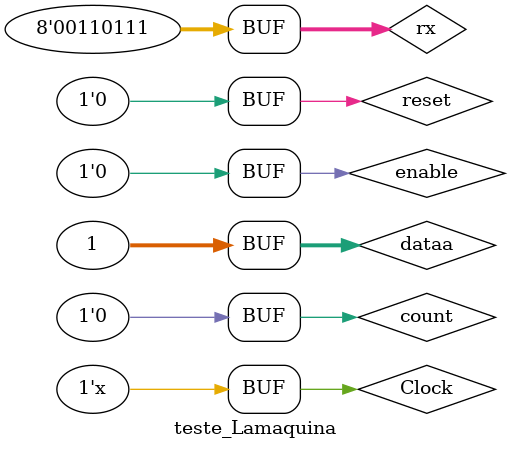
<source format=v>
`timescale 1ns / 1ps

module teste_Lamaquina(); 
 
 //entradas
  reg [31:0]dataa;
  reg [7:0]rx;
  reg Clock;
  reg reset;
  reg enable;
  
 //wire saidas
  wire [7:0]tx;
  wire [7:0]result;
  wire done;
  
  reg count=0;
 
 	initial begin 
 
		Clock = 0; 
		dataa <= 32'b111;
		reset <= 1;
		reset <= 0;

	end

	always # 10 Clock = ~Clock;

	initial begin
		reset =1;#1;
		reset =0;
		dataa <= 32'b1;
        
		enable = 1;
        rx = 8'b0100;#1;
		rx = 8'b0000_0010;#1;
        rx = 8'b0000_0000 ^ 8'b0011_0111;
        enable =0;
        enable =1;
		enable =0;

 	end
 
	Lamaquina TESTE(.clk(Clock),
        .reset(reset),
		  .dataa(dataa),
		  .ReadUart(rx),
		  .SendUart(tx),
		  .result(result),
		  .done(done),
		  .enable(enable));

always @(posedge Clock)begin
        if(tx==8'b1)begin
            //enable = 1;#1;
            //rx = 8'b0000_1010;#1;
            //rx = 8'b0000_1010 ^ 8'b0011_0111;
            //enable =0;
        end
end

  always @(posedge Clock)begin

		if (done)begin
			if (result == 8'b0000_0000) begin
			$display("ALARME OK");
			end
			else if (result == 8'b0000_1010)begin
				$display("Sensor 1 - safe");
			end
			else if (result == 8'b0000_0111)begin
				$display("Sensor 2 - safe");
			end
			else if (result == 8'b0000_1100)begin
				$display("timeOut");
			end
			else
				$display("ALARME FAIL");
		end

  end


endmodule
</source>
